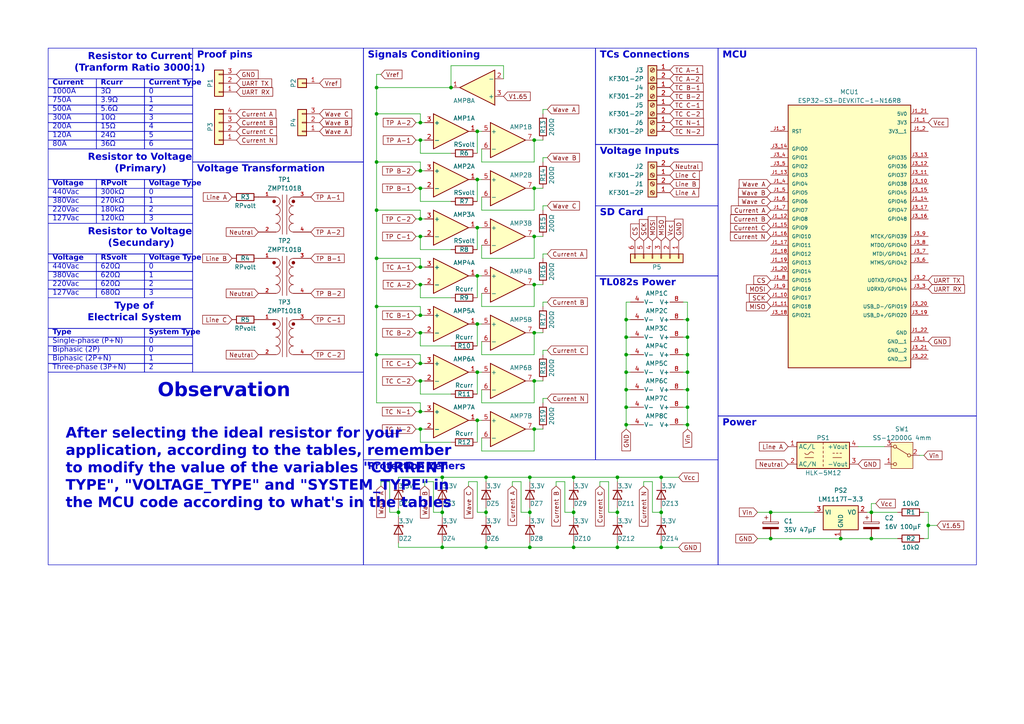
<source format=kicad_sch>
(kicad_sch (version 20230121) (generator eeschema)
  (paper "A4")
  (title_block (title "Power Vision V3.3 Schematic") (date "02/06/2024") (rev "1.3") (company "linkedin.com/in/lucasrguerra") (comment 1 "github.com/lucasrguerra/power_vision"))
  (junction (at 179.07 148.59))
  (junction (at 181.61 107.95))
  (junction (at 166.37 148.59))
  (junction (at 199.39 97.79))
  (junction (at 191.77 148.59))
  (junction (at 140.97 138.43))
  (junction (at 109.22 60.96))
  (junction (at 269.24 152.4))
  (junction (at 121.92 82.55))
  (junction (at 154.94 110.49))
  (junction (at 121.92 68.58))
  (junction (at 179.07 158.75))
  (junction (at 121.92 54.61))
  (junction (at 109.22 102.87))
  (junction (at 153.67 148.59))
  (junction (at 121.92 91.44))
  (junction (at 191.77 158.75))
  (junction (at 154.94 124.46))
  (junction (at 181.61 118.11))
  (junction (at 138.43 38.1))
  (junction (at 153.67 138.43))
  (junction (at 121.92 35.56))
  (junction (at 128.27 158.75))
  (junction (at 181.61 113.03))
  (junction (at 199.39 123.19))
  (junction (at 223.52 148.59))
  (junction (at 199.39 118.11))
  (junction (at 121.92 105.41))
  (junction (at 138.43 52.07))
  (junction (at 181.61 102.87))
  (junction (at 128.27 138.43))
  (junction (at 154.94 40.64))
  (junction (at 121.92 40.64))
  (junction (at 109.22 74.93))
  (junction (at 191.77 138.43))
  (junction (at 181.61 92.71))
  (junction (at 252.73 156.21))
  (junction (at 154.94 54.61))
  (junction (at 223.52 156.21))
  (junction (at 138.43 107.95))
  (junction (at 140.97 148.59))
  (junction (at 109.22 25.4))
  (junction (at 138.43 80.01))
  (junction (at 166.37 158.75))
  (junction (at 199.39 102.87))
  (junction (at 166.37 138.43))
  (junction (at 181.61 97.79))
  (junction (at 179.07 138.43))
  (junction (at 153.67 158.75))
  (junction (at 128.27 148.59))
  (junction (at 121.92 49.53))
  (junction (at 109.22 46.99))
  (junction (at 121.92 96.52))
  (junction (at 243.84 156.21))
  (junction (at 199.39 107.95))
  (junction (at 138.43 93.98))
  (junction (at 121.92 124.46))
  (junction (at 121.92 63.5))
  (junction (at 154.94 82.55))
  (junction (at 154.94 68.58))
  (junction (at 121.92 119.38))
  (junction (at 121.92 77.47))
  (junction (at 154.94 96.52))
  (junction (at 115.57 148.59))
  (junction (at 199.39 113.03))
  (junction (at 130.81 25.4))
  (junction (at 252.73 148.59))
  (junction (at 140.97 158.75))
  (junction (at 109.22 33.02))
  (junction (at 199.39 92.71))
  (junction (at 109.22 88.9))
  (junction (at 138.43 66.04))
  (junction (at 121.92 110.49))
  (junction (at 138.43 121.92))
  (junction (at 181.61 123.19))
  (wire (pts (xy 109.22 60.96) (xy 109.22 74.93)))
  (wire (pts (xy 138.43 52.07) (xy 139.7 52.07)))
  (wire (pts (xy 128.27 138.43) (xy 128.27 139.7)))
  (wire (pts (xy 266.7 132.08) (xy 267.97 132.08)))
  (wire (pts (xy 109.22 33.02) (xy 109.22 25.4)))
  (wire (pts (xy 254 146.05) (xy 252.73 146.05)))
  (wire (pts (xy 154.94 124.46) (xy 157.48 124.46)))
  (wire (pts (xy 138.43 128.27) (xy 138.43 121.92)))
  (wire (pts (xy 157.48 45.72) (xy 157.48 46.99)))
  (wire (pts (xy 115.57 158.75) (xy 128.27 158.75)))
  (wire (pts (xy 181.61 123.19) (xy 181.61 124.46)))
  (wire (pts (xy 113.03 139.7) (xy 113.03 148.59)))
  (wire (pts (xy 179.07 139.7) (xy 179.07 138.43)))
  (wire (pts (xy 146.05 22.86) (xy 146.05 19.05)))
  (wire (pts (xy 109.22 74.93) (xy 109.22 88.9)))
  (wire (pts (xy 109.22 21.59) (xy 109.22 25.4)))
  (wire (pts (xy 121.92 46.99) (xy 109.22 46.99)))
  (wire (pts (xy 166.37 138.43) (xy 179.07 138.43)))
  (wire (pts (xy 121.92 105.41) (xy 121.92 102.87)))
  (wire (pts (xy 139.7 116.84) (xy 154.94 116.84)))
  (wire (pts (xy 121.92 40.64) (xy 123.19 40.64)))
  (wire (pts (xy 139.7 113.03) (xy 139.7 116.84)))
  (wire (pts (xy 121.92 68.58) (xy 123.19 68.58)))
  (wire (pts (xy 191.77 148.59) (xy 191.77 149.86)))
  (wire (pts (xy 138.43 44.45) (xy 138.43 38.1)))
  (wire (pts (xy 121.92 102.87) (xy 109.22 102.87)))
  (wire (pts (xy 148.59 139.7) (xy 148.59 140.97)))
  (wire (pts (xy 115.57 148.59) (xy 115.57 149.86)))
  (wire (pts (xy 115.57 147.32) (xy 115.57 148.59)))
  (wire (pts (xy 223.52 148.59) (xy 236.22 148.59)))
  (wire (pts (xy 121.92 82.55) (xy 123.19 82.55)))
  (wire (pts (xy 198.12 113.03) (xy 199.39 113.03)))
  (wire (pts (xy 121.92 110.49) (xy 123.19 110.49)))
  (wire (pts (xy 179.07 158.75) (xy 191.77 158.75)))
  (wire (pts (xy 154.94 116.84) (xy 154.94 110.49)))
  (wire (pts (xy 154.94 40.64) (xy 157.48 40.64)))
  (wire (pts (xy 140.97 139.7) (xy 140.97 138.43)))
  (wire (pts (xy 120.65 82.55) (xy 121.92 82.55)))
  (wire (pts (xy 130.81 58.42) (xy 121.92 58.42)))
  (wire (pts (xy 121.92 91.44) (xy 121.92 88.9)))
  (wire (pts (xy 157.48 101.6) (xy 157.48 102.87)))
  (wire (pts (xy 120.65 124.46) (xy 121.92 124.46)))
  (wire (pts (xy 267.97 148.59) (xy 269.24 148.59)))
  (wire (pts (xy 125.73 139.7) (xy 125.73 148.59)))
  (wire (pts (xy 252.73 156.21) (xy 260.35 156.21)))
  (wire (pts (xy 154.94 110.49) (xy 157.48 110.49)))
  (wire (pts (xy 121.92 88.9) (xy 109.22 88.9)))
  (wire (pts (xy 252.73 146.05) (xy 252.73 148.59)))
  (wire (pts (xy 139.7 85.09) (xy 139.7 88.9)))
  (wire (pts (xy 109.22 33.02) (xy 109.22 46.99)))
  (wire (pts (xy 182.88 102.87) (xy 181.61 102.87)))
  (wire (pts (xy 181.61 123.19) (xy 182.88 123.19)))
  (wire (pts (xy 158.75 73.66) (xy 157.48 73.66)))
  (wire (pts (xy 135.89 139.7) (xy 138.43 139.7)))
  (wire (pts (xy 157.48 59.69) (xy 157.48 60.96)))
  (wire (pts (xy 166.37 147.32) (xy 166.37 148.59)))
  (wire (pts (xy 109.22 33.02) (xy 121.92 33.02)))
  (wire (pts (xy 199.39 102.87) (xy 199.39 107.95)))
  (wire (pts (xy 223.52 156.21) (xy 243.84 156.21)))
  (wire (pts (xy 199.39 92.71) (xy 199.39 97.79)))
  (wire (pts (xy 186.69 139.7) (xy 186.69 140.97)))
  (wire (pts (xy 123.19 139.7) (xy 123.19 140.97)))
  (wire (pts (xy 130.81 128.27) (xy 121.92 128.27)))
  (wire (pts (xy 166.37 158.75) (xy 153.67 158.75)))
  (wire (pts (xy 121.92 96.52) (xy 123.19 96.52)))
  (wire (pts (xy 120.65 63.5) (xy 121.92 63.5)))
  (wire (pts (xy 139.7 88.9) (xy 154.94 88.9)))
  (wire (pts (xy 199.39 97.79) (xy 198.12 97.79)))
  (wire (pts (xy 179.07 157.48) (xy 179.07 158.75)))
  (wire (pts (xy 191.77 139.7) (xy 191.77 138.43)))
  (wire (pts (xy 109.22 88.9) (xy 109.22 102.87)))
  (wire (pts (xy 121.92 35.56) (xy 121.92 33.02)))
  (wire (pts (xy 181.61 118.11) (xy 182.88 118.11)))
  (wire (pts (xy 157.48 31.75) (xy 157.48 33.02)))
  (wire (pts (xy 140.97 147.32) (xy 140.97 148.59)))
  (wire (pts (xy 182.88 87.63) (xy 181.61 87.63)))
  (wire (pts (xy 198.12 87.63) (xy 199.39 87.63)))
  (wire (pts (xy 161.29 139.7) (xy 161.29 140.97)))
  (wire (pts (xy 128.27 158.75) (xy 128.27 157.48)))
  (wire (pts (xy 189.23 139.7) (xy 189.23 148.59)))
  (wire (pts (xy 269.24 152.4) (xy 271.78 152.4)))
  (wire (pts (xy 181.61 87.63) (xy 181.61 92.71)))
  (wire (pts (xy 198.12 123.19) (xy 199.39 123.19)))
  (wire (pts (xy 248.92 129.54) (xy 256.54 129.54)))
  (wire (pts (xy 199.39 118.11) (xy 199.39 123.19)))
  (wire (pts (xy 154.94 60.96) (xy 154.94 54.61)))
  (wire (pts (xy 138.43 139.7) (xy 138.43 148.59)))
  (wire (pts (xy 120.65 68.58) (xy 121.92 68.58)))
  (wire (pts (xy 139.7 74.93) (xy 154.94 74.93)))
  (wire (pts (xy 130.81 19.05) (xy 146.05 19.05)))
  (wire (pts (xy 120.65 49.53) (xy 121.92 49.53)))
  (wire (pts (xy 154.94 82.55) (xy 157.48 82.55)))
  (wire (pts (xy 123.19 139.7) (xy 125.73 139.7)))
  (wire (pts (xy 109.22 25.4) (xy 130.81 25.4)))
  (wire (pts (xy 154.94 68.58) (xy 157.48 68.58)))
  (wire (pts (xy 138.43 80.01) (xy 139.7 80.01)))
  (wire (pts (xy 138.43 121.92) (xy 139.7 121.92)))
  (wire (pts (xy 121.92 60.96) (xy 109.22 60.96)))
  (wire (pts (xy 153.67 158.75) (xy 140.97 158.75)))
  (wire (pts (xy 120.65 40.64) (xy 121.92 40.64)))
  (wire (pts (xy 120.65 54.61) (xy 121.92 54.61)))
  (wire (pts (xy 176.53 148.59) (xy 179.07 148.59)))
  (wire (pts (xy 166.37 157.48) (xy 166.37 158.75)))
  (wire (pts (xy 158.75 101.6) (xy 157.48 101.6)))
  (wire (pts (xy 121.92 35.56) (xy 123.19 35.56)))
  (wire (pts (xy 120.65 119.38) (xy 121.92 119.38)))
  (wire (pts (xy 154.94 102.87) (xy 139.7 102.87)))
  (wire (pts (xy 157.48 73.66) (xy 157.48 74.93)))
  (wire (pts (xy 121.92 119.38) (xy 123.19 119.38)))
  (wire (pts (xy 121.92 116.84) (xy 121.92 119.38)))
  (wire (pts (xy 140.97 148.59) (xy 140.97 149.86)))
  (wire (pts (xy 115.57 157.48) (xy 115.57 158.75)))
  (wire (pts (xy 138.43 66.04) (xy 139.7 66.04)))
  (wire (pts (xy 139.7 57.15) (xy 139.7 60.96)))
  (wire (pts (xy 109.22 46.99) (xy 109.22 60.96)))
  (wire (pts (xy 181.61 102.87) (xy 181.61 107.95)))
  (wire (pts (xy 120.65 105.41) (xy 121.92 105.41)))
  (wire (pts (xy 154.94 130.81) (xy 139.7 130.81)))
  (wire (pts (xy 109.22 116.84) (xy 121.92 116.84)))
  (wire (pts (xy 163.83 148.59) (xy 166.37 148.59)))
  (wire (pts (xy 138.43 66.04) (xy 138.43 72.39)))
  (wire (pts (xy 121.92 100.33) (xy 121.92 96.52)))
  (wire (pts (xy 148.59 139.7) (xy 151.13 139.7)))
  (wire (pts (xy 138.43 93.98) (xy 139.7 93.98)))
  (wire (pts (xy 121.92 77.47) (xy 121.92 74.93)))
  (wire (pts (xy 121.92 77.47) (xy 123.19 77.47)))
  (wire (pts (xy 269.24 152.4) (xy 269.24 156.21)))
  (wire (pts (xy 179.07 147.32) (xy 179.07 148.59)))
  (wire (pts (xy 181.61 107.95) (xy 181.61 113.03)))
  (wire (pts (xy 154.94 46.99) (xy 154.94 40.64)))
  (wire (pts (xy 121.92 105.41) (xy 123.19 105.41)))
  (wire (pts (xy 110.49 139.7) (xy 113.03 139.7)))
  (wire (pts (xy 139.7 43.18) (xy 139.7 46.99)))
  (wire (pts (xy 181.61 107.95) (xy 182.88 107.95)))
  (wire (pts (xy 181.61 92.71) (xy 181.61 97.79)))
  (wire (pts (xy 158.75 115.57) (xy 157.48 115.57)))
  (wire (pts (xy 269.24 148.59) (xy 269.24 152.4)))
  (wire (pts (xy 138.43 100.33) (xy 138.43 93.98)))
  (wire (pts (xy 191.77 147.32) (xy 191.77 148.59)))
  (wire (pts (xy 138.43 114.3) (xy 138.43 107.95)))
  (wire (pts (xy 199.39 87.63) (xy 199.39 92.71)))
  (wire (pts (xy 154.94 82.55) (xy 154.94 88.9)))
  (wire (pts (xy 181.61 113.03) (xy 181.61 118.11)))
  (wire (pts (xy 189.23 148.59) (xy 191.77 148.59)))
  (wire (pts (xy 199.39 97.79) (xy 199.39 102.87)))
  (wire (pts (xy 121.92 63.5) (xy 123.19 63.5)))
  (wire (pts (xy 157.48 87.63) (xy 157.48 88.9)))
  (wire (pts (xy 267.97 156.21) (xy 269.24 156.21)))
  (wire (pts (xy 140.97 157.48) (xy 140.97 158.75)))
  (wire (pts (xy 139.7 60.96) (xy 154.94 60.96)))
  (wire (pts (xy 115.57 138.43) (xy 128.27 138.43)))
  (wire (pts (xy 154.94 96.52) (xy 154.94 102.87)))
  (wire (pts (xy 121.92 74.93) (xy 109.22 74.93)))
  (wire (pts (xy 130.81 100.33) (xy 121.92 100.33)))
  (wire (pts (xy 140.97 158.75) (xy 128.27 158.75)))
  (wire (pts (xy 110.49 139.7) (xy 110.49 140.97)))
  (wire (pts (xy 120.65 35.56) (xy 121.92 35.56)))
  (wire (pts (xy 109.22 102.87) (xy 109.22 116.84)))
  (wire (pts (xy 179.07 148.59) (xy 179.07 149.86)))
  (wire (pts (xy 173.99 139.7) (xy 176.53 139.7)))
  (wire (pts (xy 243.84 156.21) (xy 252.73 156.21)))
  (wire (pts (xy 153.67 157.48) (xy 153.67 158.75)))
  (wire (pts (xy 130.81 72.39) (xy 121.92 72.39)))
  (wire (pts (xy 138.43 58.42) (xy 138.43 52.07)))
  (wire (pts (xy 121.92 44.45) (xy 121.92 40.64)))
  (wire (pts (xy 128.27 138.43) (xy 140.97 138.43)))
  (wire (pts (xy 139.7 46.99) (xy 154.94 46.99)))
  (wire (pts (xy 166.37 139.7) (xy 166.37 138.43)))
  (wire (pts (xy 121.92 58.42) (xy 121.92 54.61)))
  (wire (pts (xy 130.81 19.05) (xy 130.81 25.4)))
  (wire (pts (xy 154.94 96.52) (xy 157.48 96.52)))
  (wire (pts (xy 154.94 74.93) (xy 154.94 68.58)))
  (wire (pts (xy 138.43 86.36) (xy 138.43 80.01)))
  (wire (pts (xy 181.61 118.11) (xy 181.61 123.19)))
  (wire (pts (xy 166.37 148.59) (xy 166.37 149.86)))
  (wire (pts (xy 121.92 72.39) (xy 121.92 68.58)))
  (wire (pts (xy 121.92 49.53) (xy 121.92 46.99)))
  (wire (pts (xy 181.61 97.79) (xy 181.61 102.87)))
  (wire (pts (xy 151.13 139.7) (xy 151.13 148.59)))
  (wire (pts (xy 135.89 139.7) (xy 135.89 140.97)))
  (wire (pts (xy 138.43 107.95) (xy 139.7 107.95)))
  (wire (pts (xy 198.12 118.11) (xy 199.39 118.11)))
  (wire (pts (xy 121.92 86.36) (xy 121.92 82.55)))
  (wire (pts (xy 179.07 138.43) (xy 191.77 138.43)))
  (wire (pts (xy 130.81 114.3) (xy 121.92 114.3)))
  (wire (pts (xy 173.99 139.7) (xy 173.99 140.97)))
  (wire (pts (xy 115.57 139.7) (xy 115.57 138.43)))
  (wire (pts (xy 157.48 115.57) (xy 157.48 116.84)))
  (wire (pts (xy 120.65 110.49) (xy 121.92 110.49)))
  (wire (pts (xy 113.03 148.59) (xy 115.57 148.59)))
  (wire (pts (xy 121.92 49.53) (xy 123.19 49.53)))
  (wire (pts (xy 199.39 102.87) (xy 198.12 102.87)))
  (wire (pts (xy 219.71 148.59) (xy 223.52 148.59)))
  (wire (pts (xy 138.43 148.59) (xy 140.97 148.59)))
  (wire (pts (xy 176.53 139.7) (xy 176.53 148.59)))
  (wire (pts (xy 179.07 158.75) (xy 166.37 158.75)))
  (wire (pts (xy 120.65 96.52) (xy 121.92 96.52)))
  (wire (pts (xy 219.71 156.21) (xy 223.52 156.21)))
  (wire (pts (xy 120.65 91.44) (xy 121.92 91.44)))
  (wire (pts (xy 158.75 31.75) (xy 157.48 31.75)))
  (wire (pts (xy 121.92 114.3) (xy 121.92 110.49)))
  (wire (pts (xy 199.39 113.03) (xy 199.39 118.11)))
  (wire (pts (xy 125.73 148.59) (xy 128.27 148.59)))
  (wire (pts (xy 153.67 148.59) (xy 153.67 149.86)))
  (wire (pts (xy 130.81 44.45) (xy 121.92 44.45)))
  (wire (pts (xy 138.43 38.1) (xy 139.7 38.1)))
  (wire (pts (xy 199.39 107.95) (xy 199.39 113.03)))
  (wire (pts (xy 139.7 71.12) (xy 139.7 74.93)))
  (wire (pts (xy 153.67 147.32) (xy 153.67 148.59)))
  (wire (pts (xy 121.92 124.46) (xy 123.19 124.46)))
  (wire (pts (xy 128.27 148.59) (xy 128.27 149.86)))
  (wire (pts (xy 158.75 59.69) (xy 157.48 59.69)))
  (wire (pts (xy 199.39 92.71) (xy 198.12 92.71)))
  (wire (pts (xy 128.27 147.32) (xy 128.27 148.59)))
  (wire (pts (xy 182.88 92.71) (xy 181.61 92.71)))
  (wire (pts (xy 151.13 148.59) (xy 153.67 148.59)))
  (wire (pts (xy 198.12 107.95) (xy 199.39 107.95)))
  (wire (pts (xy 153.67 138.43) (xy 166.37 138.43)))
  (wire (pts (xy 121.92 128.27) (xy 121.92 124.46)))
  (wire (pts (xy 252.73 148.59) (xy 260.35 148.59)))
  (wire (pts (xy 120.65 77.47) (xy 121.92 77.47)))
  (wire (pts (xy 181.61 113.03) (xy 182.88 113.03)))
  (wire (pts (xy 161.29 139.7) (xy 163.83 139.7)))
  (wire (pts (xy 121.92 91.44) (xy 123.19 91.44)))
  (wire (pts (xy 196.85 158.75) (xy 191.77 158.75)))
  (wire (pts (xy 163.83 139.7) (xy 163.83 148.59)))
  (wire (pts (xy 139.7 130.81) (xy 139.7 127)))
  (wire (pts (xy 140.97 138.43) (xy 153.67 138.43)))
  (wire (pts (xy 121.92 63.5) (xy 121.92 60.96)))
  (wire (pts (xy 130.81 86.36) (xy 121.92 86.36)))
  (wire (pts (xy 154.94 54.61) (xy 157.48 54.61)))
  (wire (pts (xy 158.75 45.72) (xy 157.48 45.72)))
  (wire (pts (xy 121.92 54.61) (xy 123.19 54.61)))
  (wire (pts (xy 158.75 87.63) (xy 157.48 87.63)))
  (wire (pts (xy 154.94 124.46) (xy 154.94 130.81)))
  (wire (pts (xy 153.67 139.7) (xy 153.67 138.43)))
  (wire (pts (xy 182.88 97.79) (xy 181.61 97.79)))
  (wire (pts (xy 186.69 139.7) (xy 189.23 139.7)))
  (wire (pts (xy 110.49 21.59) (xy 109.22 21.59)))
  (wire (pts (xy 196.85 138.43) (xy 191.77 138.43)))
  (wire (pts (xy 139.7 102.87) (xy 139.7 99.06)))
  (wire (pts (xy 251.46 148.59) (xy 252.73 148.59)))
  (wire (pts (xy 199.39 123.19) (xy 199.39 124.46)))
  (wire (pts (xy 191.77 157.48) (xy 191.77 158.75)))
  (rectangle (start 27.94 38.1) (end 41.91 40.64))
  (rectangle (start 41.91 40.64) (end 55.88 43.18))
  (rectangle (start 27.94 22.86) (end 41.91 25.4))
  (rectangle (start 27.94 78.74) (end 41.91 81.28))
  (rectangle (start 27.94 73.66) (end 41.91 76.2))
  (rectangle (start 13.97 102.87) (end 41.91 105.41))
  (rectangle (start 41.91 52.07) (end 55.88 54.61))
  (rectangle (start 27.94 62.23) (end 41.91 64.77))
  (rectangle (start 13.97 64.77) (end 55.88 73.66))
  (rectangle (start 41.91 83.82) (end 55.88 86.36))
  (rectangle (start 27.94 30.48) (end 41.91 33.02))
  (rectangle (start 41.91 105.41) (end 55.88 107.95))
  (rectangle (start 13.97 57.15) (end 27.94 59.69))
  (rectangle (start 55.88 46.99) (end 105.41 107.95))
  (rectangle (start 27.94 81.28) (end 41.91 83.82))
  (rectangle (start 13.97 100.33) (end 41.91 102.87))
  (rectangle (start 208.28 13.97) (end 283.21 120.65))
  (rectangle (start 13.97 38.1) (end 27.94 40.64))
  (rectangle (start 13.97 22.86) (end 27.94 25.4))
  (rectangle (start 41.91 78.74) (end 55.88 81.28))
  (rectangle (start 172.72 13.97) (end 208.28 41.91))
  (rectangle (start 105.41 13.97) (end 172.72 133.35))
  (rectangle (start 41.91 100.33) (end 55.88 102.87))
  (rectangle (start 208.28 120.65) (end 283.21 163.83))
  (rectangle (start 13.97 35.56) (end 27.94 38.1))
  (rectangle (start 55.88 13.97) (end 105.41 46.99))
  (rectangle (start 41.91 27.94) (end 55.88 30.48))
  (rectangle (start 172.72 59.69) (end 208.28 80.01))
  (rectangle (start 41.91 38.1) (end 55.88 40.64))
  (rectangle (start 13.97 76.2) (end 27.94 78.74))
  (rectangle (start 41.91 73.66) (end 55.88 76.2))
  (rectangle (start 13.97 30.48) (end 27.94 33.02))
  (rectangle (start 41.91 22.86) (end 55.88 25.4))
  (rectangle (start 41.91 59.69) (end 55.88 62.23))
  (rectangle (start 41.91 102.87) (end 55.88 105.41))
  (rectangle (start 13.97 105.41) (end 41.91 107.95))
  (rectangle (start 13.97 13.97) (end 55.88 22.86))
  (rectangle (start 27.94 52.07) (end 41.91 54.61))
  (rectangle (start 27.94 35.56) (end 41.91 38.1))
  (rectangle (start 13.97 54.61) (end 27.94 57.15))
  (rectangle (start 27.94 57.15) (end 41.91 59.69))
  (rectangle (start 13.97 107.95) (end 105.41 163.83))
  (rectangle (start 13.97 97.79) (end 41.91 100.33))
  (rectangle (start 172.72 41.91) (end 208.28 59.69))
  (rectangle (start 13.97 86.36) (end 55.88 95.25))
  (rectangle (start 27.94 59.69) (end 41.91 62.23))
  (rectangle (start 27.94 54.61) (end 41.91 57.15))
  (rectangle (start 41.91 25.4) (end 55.88 27.94))
  (rectangle (start 13.97 62.23) (end 27.94 64.77))
  (rectangle (start 105.41 133.35) (end 208.28 163.83))
  (rectangle (start 41.91 30.48) (end 55.88 33.02))
  (rectangle (start 27.94 27.94) (end 41.91 30.48))
  (rectangle (start 13.97 78.74) (end 27.94 81.28))
  (rectangle (start 27.94 33.02) (end 41.91 35.56))
  (rectangle (start 41.91 57.15) (end 55.88 59.69))
  (rectangle (start 13.97 33.02) (end 27.94 35.56))
  (rectangle (start 27.94 76.2) (end 41.91 78.74))
  (rectangle (start 41.91 33.02) (end 55.88 35.56))
  (rectangle (start 27.94 25.4) (end 41.91 27.94))
  (rectangle (start 41.91 95.25) (end 55.88 97.79))
  (rectangle (start 13.97 27.94) (end 27.94 30.48))
  (rectangle (start 41.91 97.79) (end 55.88 100.33))
  (rectangle (start 13.97 73.66) (end 27.94 76.2))
  (rectangle (start 13.97 59.69) (end 27.94 62.23))
  (rectangle (start 13.97 83.82) (end 27.94 86.36))
  (rectangle (start 172.72 80.01) (end 208.28 133.35))
  (rectangle (start 13.97 43.18) (end 55.88 52.07))
  (rectangle (start 27.94 83.82) (end 41.91 86.36))
  (rectangle (start 41.91 76.2) (end 55.88 78.74))
  (rectangle (start 41.91 81.28) (end 55.88 83.82))
  (rectangle (start 41.91 54.61) (end 55.88 57.15))
  (rectangle (start 13.97 25.4) (end 27.94 27.94))
  (rectangle (start 13.97 52.07) (end 27.94 54.61))
  (rectangle (start 13.97 95.25) (end 41.91 97.79))
  (rectangle (start 13.97 81.28) (end 27.94 83.82))
  (rectangle (start 13.97 40.64) (end 27.94 43.18))
  (rectangle (start 41.91 35.56) (end 55.88 38.1))
  (rectangle (start 27.94 40.64) (end 41.91 43.18))
  (rectangle (start 41.91 62.23) (end 55.88 64.77))
  (text "5" (at 43.18 40.64 0) (effects (font (size 1.5 1.5)) (justify left bottom)))
  (text "36Ω" (at 29.21 43.18 0) (effects (font (size 1.5 1.5)) (justify left bottom)))
  (text "    Resistor to Voltage\n          (Secundary)" (at 21.59 72.39 0) (effects (font (size 2 2) (thickness 0.254) bold) (justify left bottom)))
  (text "Type\n" (at 15.24 97.79 0) (effects (font (size 1.5 1.5) (thickness 0.3) bold) (justify left bottom)))
  (text "15Ω" (at 29.21 38.1 0) (effects (font (size 1.5 1.5)) (justify left bottom)))
  (text "220Vac" (at 15.24 62.23 0) (effects (font (size 1.5 1.5)) (justify left bottom)))
  (text "0" (at 43.18 27.94 0) (effects (font (size 1.5 1.5)) (justify left bottom)))
  (text "380Vac" (at 15.24 59.69 0) (effects (font (size 1.5 1.5)) (justify left bottom)))
  (text "Biphasic (2P)" (at 15.24 102.87 0) (effects (font (size 1.5 1.5)) (justify left bottom)))
  (text "380Vac" (at 15.24 81.28 0) (effects (font (size 1.5 1.5)) (justify left bottom)))
  (text "220Vac" (at 15.24 83.82 0) (effects (font (size 1.5 1.5)) (justify left bottom)))
  (text "2" (at 43.18 107.95 0) (effects (font (size 1.5 1.5)) (justify left bottom)))
  (text "620Ω" (at 29.21 81.28 0) (effects (font (size 1.5 1.5)) (justify left bottom)))
  (text "RSvolt" (at 29.21 76.2 0) (effects (font (size 1.5 1.5) (thickness 0.3) bold) (justify left bottom)))
  (text "500A" (at 15.24 33.02 0) (effects (font (size 1.5 1.5)) (justify left bottom)))
  (text "1" (at 43.18 59.69 0) (effects (font (size 1.5 1.5)) (justify left bottom)))
  (text "2" (at 43.18 83.82 0) (effects (font (size 1.5 1.5)) (justify left bottom)))
  (text "6" (at 43.18 43.18 0) (effects (font (size 1.5 1.5)) (justify left bottom)))
  (text "        Type of\nElectrical System" (at 25.4 93.98 0) (effects (font (size 2 2) (thickness 0.254) bold) (justify left bottom)))
  (text "Voltage Type" (at 43.18 54.61 0) (effects (font (size 1.5 1.5) (thickness 0.3) bold) (justify left bottom)))
  (text "2" (at 43.18 33.02 0) (effects (font (size 1.5 1.5)) (justify left bottom)))
  (text "Current" (at 15.24 25.4 0) (effects (font (size 1.5 1.5) (thickness 0.3) bold) (justify left bottom)))
  (text "300A" (at 15.24 35.56 0) (effects (font (size 1.5 1.5)) (justify left bottom)))
  (text "MCU" (at 209.55 17.78 0) (effects (font (size 2 2) (thickness 0.254) bold) (justify left bottom)))
  (text "3.9Ω" (at 29.21 30.48 0) (effects (font (size 1.5 1.5)) (justify left bottom)))
  (text "750A" (at 15.24 30.48 0) (effects (font (size 1.5 1.5)) (justify left bottom)))
  (text "440Vac" (at 15.24 78.74 0) (effects (font (size 1.5 1.5)) (justify left bottom)))
  (text "5.6Ω" (at 29.21 33.02 0) (effects (font (size 1.5 1.5)) (justify left bottom)))
  (text "RPvolt" (at 29.21 54.61 0) (effects (font (size 1.5 1.5) (thickness 0.3) bold) (justify left bottom)))
  (text "2" (at 43.18 62.23 0) (effects (font (size 1.5 1.5)) (justify left bottom)))
  (text "0" (at 43.18 102.87 0) (effects (font (size 1.5 1.5)) (justify left bottom)))
  (text "Power" (at 209.55 124.46 0) (effects (font (size 2 2) (thickness 0.254) bold) (justify left bottom)))
  (text "300kΩ" (at 29.21 57.15 0) (effects (font (size 1.5 1.5)) (justify left bottom)))
  (text "270kΩ" (at 29.21 59.69 0) (effects (font (size 1.5 1.5)) (justify left bottom)))
  (text "120kΩ" (at 29.21 64.77 0) (effects (font (size 1.5 1.5)) (justify left bottom)))
  (text "Voltage" (at 15.24 76.2 0) (effects (font (size 1.5 1.5) (thickness 0.3) bold) (justify left bottom)))
  (text "Voltage Inputs" (at 173.99 45.72 0) (effects (font (size 2 2) (thickness 0.254) bold) (justify left bottom)))
  (text "System Type" (at 43.18 97.79 0) (effects (font (size 1.5 1.5) (thickness 0.3) bold) (justify left bottom)))
  (text "3" (at 43.18 86.36 0) (effects (font (size 1.5 1.5)) (justify left bottom)))
  (text "24Ω" (at 29.21 40.64 0) (effects (font (size 1.5 1.5)) (justify left bottom)))
  (text "10Ω" (at 29.21 35.56 0) (effects (font (size 1.5 1.5)) (justify left bottom)))
  (text "620Ω" (at 29.21 83.82 0) (effects (font (size 1.5 1.5)) (justify left bottom)))
  (text "Voltage Type" (at 43.18 76.2 0) (effects (font (size 1.5 1.5) (thickness 0.3) bold) (justify left bottom)))
  (text "    Resistor to Voltage\n            (Primary)" (at 21.59 50.8 0) (effects (font (size 2 2) (thickness 0.254) bold) (justify left bottom)))
  (text "After selecting the ideal resistor for your\napplication, according to the tables, remember\nto modify the value of the variables \"CURRENT\nTYPE\", \"VOLTAGE_TYPE\" and \"SYSTEM_TYPE\" in\nthe MCU code according to what's in the tables" (at 19.05 148.59 0) (effects (font (size 3 3) (thickness 0.6) bold) (justify left bottom)))
  (text "120A" (at 15.24 40.64 0) (effects (font (size 1.5 1.5)) (justify left bottom)))
  (text "Protection Zeners" (at 106.68 137.16 0) (effects (font (size 2 2) (thickness 0.254) bold) (justify left bottom)))
  (text "127Vac" (at 15.24 64.77 0) (effects (font (size 1.5 1.5)) (justify left bottom)))
  (text "TL082s Power\n" (at 173.99 83.82 0) (effects (font (size 2 2) (thickness 0.254) bold) (justify left bottom)))
  (text "1" (at 43.18 81.28 0) (effects (font (size 1.5 1.5)) (justify left bottom)))
  (text "180kΩ" (at 29.21 62.23 0) (effects (font (size 1.5 1.5)) (justify left bottom)))
  (text "Signals Conditioning" (at 106.68 17.78 0) (effects (font (size 2 2) (thickness 0.254) bold) (justify left bottom)))
  (text "0" (at 43.18 57.15 0) (effects (font (size 1.5 1.5)) (justify left bottom)))
  (text "1000A" (at 15.24 27.94 0) (effects (font (size 1.5 1.5)) (justify left bottom)))
  (text "Current Type" (at 43.18 25.4 0) (effects (font (size 1.5 1.5) (thickness 0.3) bold) (justify left bottom)))
  (text "Voltage Transformation\n" (at 57.15 50.8 0) (effects (font (size 2 2) (thickness 0.254) bold) (justify left bottom)))
  (text "127Vac" (at 15.24 86.36 0) (effects (font (size 1.5 1.5)) (justify left bottom)))
  (text "200A" (at 15.24 38.1 0) (effects (font (size 1.5 1.5)) (justify left bottom)))
  (text "1" (at 43.18 30.48 0) (effects (font (size 1.5 1.5)) (justify left bottom)))
  (text "680Ω" (at 29.21 86.36 0) (effects (font (size 1.5 1.5)) (justify left bottom)))
  (text "Three-phase (3P+N)" (at 15.24 107.95 0) (effects (font (size 1.5 1.5)) (justify left bottom)))
  (text "0" (at 43.18 100.33 0) (effects (font (size 1.5 1.5)) (justify left bottom)))
  (text "80A" (at 15.24 43.18 0) (effects (font (size 1.5 1.5)) (justify left bottom)))
  (text "3" (at 43.18 64.77 0) (effects (font (size 1.5 1.5)) (justify left bottom)))
  (text "1" (at 43.18 105.41 0) (effects (font (size 1.5 1.5)) (justify left bottom)))
  (text "Biphasic (2P+N)\n" (at 15.24 105.41 0) (effects (font (size 1.5 1.5)) (justify left bottom)))
  (text "SD Card" (at 173.99 63.5 0) (effects (font (size 2 2) (thickness 0.254) bold) (justify left bottom)))
  (text "Rcurr" (at 29.21 25.4 0) (effects (font (size 1.5 1.5) (thickness 0.3) bold) (justify left bottom)))
  (text "3Ω" (at 29.21 27.94 0) (effects (font (size 1.5 1.5)) (justify left bottom)))
  (text "    Resistor to Current\n(Tranform Ratio 3000:1)" (at 21.59 21.59 0) (effects (font (size 2 2) (thickness 0.254) bold) (justify left bottom)))
  (text "4" (at 43.18 38.1 0) (effects (font (size 1.5 1.5)) (justify left bottom)))
  (text "620Ω" (at 29.21 78.74 0) (effects (font (size 1.5 1.5)) (justify left bottom)))
  (text "3" (at 43.18 35.56 0) (effects (font (size 1.5 1.5)) (justify left bottom)))
  (text "Voltage" (at 15.24 54.61 0) (effects (font (size 1.5 1.5) (thickness 0.3) bold) (justify left bottom)))
  (text "Single-phase (P+N)" (at 15.24 100.33 0) (effects (font (size 1.5 1.5)) (justify left bottom)))
  (text "TCs Connections" (at 173.99 17.78 0) (effects (font (size 2 2) (thickness 0.254) bold) (justify left bottom)))
  (text "440Vac" (at 15.24 57.15 0) (effects (font (size 1.5 1.5)) (justify left bottom)))
  (text "Proof pins" (at 57.15 17.78 0) (effects (font (size 2 2) (thickness 0.254) bold) (justify left bottom)))
  (text "0" (at 43.18 78.74 0) (effects (font (size 1.5 1.5)) (justify left bottom)))
  (text "Observation" (at 45.72 116.84 0) (effects (font (size 4 4) (thickness 0.254) bold) (justify left bottom)))
  (global_label "Current B" (shape input) (at 223.52 63.5 180) (property "Intersheetrefs" "${INTERSHEET_REFS}" (effects hide)))
  (global_label "GND" (shape input) (at 68.58 21.59 0) (property "Intersheetrefs" "${INTERSHEET_REFS}" (effects hide)))
  (global_label "Neutral" (shape input) (at 194.31 48.26 0) (property "Intersheetrefs" "${INTERSHEET_REFS}" (effects hide)))
  (global_label "Wave A" (shape input) (at 110.49 140.97 270) (property "Intersheetrefs" "${INTERSHEET_REFS}" (effects hide)))
  (global_label "Vin" (shape input) (at 219.71 148.59 180) (property "Intersheetrefs" "${INTERSHEET_REFS}" (effects hide)))
  (global_label "GND" (shape input) (at 269.24 99.06 0) (property "Intersheetrefs" "${INTERSHEET_REFS}" (effects hide)))
  (global_label "CS" (shape input) (at 184.15 69.85 90) (property "Intersheetrefs" "${INTERSHEET_REFS}" (effects hide)))
  (global_label "TP C-2" (shape input) (at 120.65 63.5 180) (property "Intersheetrefs" "${INTERSHEET_REFS}" (effects hide)))
  (global_label "Wave B" (shape input) (at 223.52 55.88 180) (property "Intersheetrefs" "${INTERSHEET_REFS}" (effects hide)))
  (global_label "TC C-2" (shape input) (at 120.65 110.49 180) (property "Intersheetrefs" "${INTERSHEET_REFS}" (effects hide)))
  (global_label "Line C" (shape input) (at 194.31 50.8 0) (property "Intersheetrefs" "${INTERSHEET_REFS}" (effects hide)))
  (global_label "Vcc" (shape input) (at 254 146.05 0) (property "Intersheetrefs" "${INTERSHEET_REFS}" (effects hide)))
  (global_label "SCK" (shape input) (at 186.69 69.85 90) (property "Intersheetrefs" "${INTERSHEET_REFS}" (effects hide)))
  (global_label "Vcc" (shape input) (at 194.31 69.85 90) (property "Intersheetrefs" "${INTERSHEET_REFS}" (effects hide)))
  (global_label "TP C-2" (shape input) (at 90.17 102.87 0) (property "Intersheetrefs" "${INTERSHEET_REFS}" (effects hide)))
  (global_label "TP A-2" (shape input) (at 90.17 67.31 0) (property "Intersheetrefs" "${INTERSHEET_REFS}" (effects hide)))
  (global_label "Current N" (shape input) (at 158.75 115.57 0) (property "Intersheetrefs" "${INTERSHEET_REFS}" (effects hide)))
  (global_label "MOSI" (shape input) (at 223.52 83.82 180) (property "Intersheetrefs" "${INTERSHEET_REFS}" (effects hide)))
  (global_label "TC A-2" (shape input) (at 120.65 82.55 180) (property "Intersheetrefs" "${INTERSHEET_REFS}" (effects hide)))
  (global_label "Line C" (shape input) (at 67.31 92.71 180) (property "Intersheetrefs" "${INTERSHEET_REFS}" (effects hide)))
  (global_label "Vin" (shape input) (at 267.97 132.08 0) (property "Intersheetrefs" "${INTERSHEET_REFS}" (effects hide)))
  (global_label "CS" (shape input) (at 223.52 81.28 180) (property "Intersheetrefs" "${INTERSHEET_REFS}" (effects hide)))
  (global_label "Wave C" (shape input) (at 158.75 59.69 0) (property "Intersheetrefs" "${INTERSHEET_REFS}" (effects hide)))
  (global_label "Vin" (shape input) (at 199.39 124.46 270) (property "Intersheetrefs" "${INTERSHEET_REFS}" (effects hide)))
  (global_label "Current N" (shape input) (at 68.58 40.64 0) (property "Intersheetrefs" "${INTERSHEET_REFS}" (effects hide)))
  (global_label "Current A" (shape input) (at 158.75 73.66 0) (property "Intersheetrefs" "${INTERSHEET_REFS}" (effects hide)))
  (global_label "UART RX" (shape input) (at 68.58 26.67 0) (property "Intersheetrefs" "${INTERSHEET_REFS}" (effects hide)))
  (global_label "TC B-1" (shape input) (at 194.31 25.4 0) (property "Intersheetrefs" "${INTERSHEET_REFS}" (effects hide)))
  (global_label "TC B-1" (shape input) (at 120.65 91.44 180) (property "Intersheetrefs" "${INTERSHEET_REFS}" (effects hide)))
  (global_label "Vref" (shape input) (at 92.71 24.13 0) (property "Intersheetrefs" "${INTERSHEET_REFS}" (effects hide)))
  (global_label "GND" (shape input) (at 181.61 124.46 270) (property "Intersheetrefs" "${INTERSHEET_REFS}" (effects hide)))
  (global_label "TP B-1" (shape input) (at 120.65 54.61 180) (property "Intersheetrefs" "${INTERSHEET_REFS}" (effects hide)))
  (global_label "Vref" (shape input) (at 110.49 21.59 0) (property "Intersheetrefs" "${INTERSHEET_REFS}" (effects hide)))
  (global_label "Current B" (shape input) (at 68.58 35.56 0) (property "Intersheetrefs" "${INTERSHEET_REFS}" (effects hide)))
  (global_label "Wave B" (shape input) (at 158.75 45.72 0) (property "Intersheetrefs" "${INTERSHEET_REFS}" (effects hide)))
  (global_label "Current C" (shape input) (at 158.75 101.6 0) (property "Intersheetrefs" "${INTERSHEET_REFS}" (effects hide)))
  (global_label "Current N" (shape input) (at 186.69 140.97 270) (property "Intersheetrefs" "${INTERSHEET_REFS}" (effects hide)))
  (global_label "GND" (shape input) (at 248.92 134.62 0) (property "Intersheetrefs" "${INTERSHEET_REFS}" (effects hide)))
  (global_label "MISO" (shape input) (at 191.77 69.85 90) (property "Intersheetrefs" "${INTERSHEET_REFS}" (effects hide)))
  (global_label "TP C-1" (shape input) (at 120.65 68.58 180) (property "Intersheetrefs" "${INTERSHEET_REFS}" (effects hide)))
  (global_label "Current A" (shape input) (at 68.58 33.02 0) (property "Intersheetrefs" "${INTERSHEET_REFS}" (effects hide)))
  (global_label "Wave C" (shape input) (at 92.71 33.02 0) (property "Intersheetrefs" "${INTERSHEET_REFS}" (effects hide)))
  (global_label "TP A-1" (shape input) (at 90.17 57.15 0) (property "Intersheetrefs" "${INTERSHEET_REFS}" (effects hide)))
  (global_label "UART TX" (shape input) (at 269.24 81.28 0) (property "Intersheetrefs" "${INTERSHEET_REFS}" (effects hide)))
  (global_label "V1.65" (shape input) (at 271.78 152.4 0) (property "Intersheetrefs" "${INTERSHEET_REFS}" (effects hide)))
  (global_label "TC N-2" (shape input) (at 120.65 124.46 180) (property "Intersheetrefs" "${INTERSHEET_REFS}" (effects hide)))
  (global_label "Neutral" (shape input) (at 74.93 85.09 180) (property "Intersheetrefs" "${INTERSHEET_REFS}" (effects hide)))
  (global_label "Neutral" (shape input) (at 74.93 67.31 180) (property "Intersheetrefs" "${INTERSHEET_REFS}" (effects hide)))
  (global_label "Line B" (shape input) (at 67.31 74.93 180) (property "Intersheetrefs" "${INTERSHEET_REFS}" (effects hide)))
  (global_label "TP B-2" (shape input) (at 120.65 49.53 180) (property "Intersheetrefs" "${INTERSHEET_REFS}" (effects hide)))
  (global_label "TC A-1" (shape input) (at 120.65 77.47 180) (property "Intersheetrefs" "${INTERSHEET_REFS}" (effects hide)))
  (global_label "Wave C" (shape input) (at 135.89 140.97 270) (property "Intersheetrefs" "${INTERSHEET_REFS}" (effects hide)))
  (global_label "Wave B" (shape input) (at 92.71 35.56 0) (property "Intersheetrefs" "${INTERSHEET_REFS}" (effects hide)))
  (global_label "TC C-1" (shape input) (at 194.31 30.48 0) (property "Intersheetrefs" "${INTERSHEET_REFS}" (effects hide)))
  (global_label "Vcc" (shape input) (at 269.24 35.56 0) (property "Intersheetrefs" "${INTERSHEET_REFS}" (effects hide)))
  (global_label "TC A-1" (shape input) (at 194.31 20.32 0) (property "Intersheetrefs" "${INTERSHEET_REFS}" (effects hide)))
  (global_label "Current A" (shape input) (at 223.52 60.96 180) (property "Intersheetrefs" "${INTERSHEET_REFS}" (effects hide)))
  (global_label "Current A" (shape input) (at 148.59 140.97 270) (property "Intersheetrefs" "${INTERSHEET_REFS}" (effects hide)))
  (global_label "Line B" (shape input) (at 194.31 53.34 0) (property "Intersheetrefs" "${INTERSHEET_REFS}" (effects hide)))
  (global_label "MISO" (shape input) (at 223.52 88.9 180) (property "Intersheetrefs" "${INTERSHEET_REFS}" (effects hide)))
  (global_label "Neutral" (shape input) (at 228.6 134.62 180) (property "Intersheetrefs" "${INTERSHEET_REFS}" (effects hide)))
  (global_label "TP A-2" (shape input) (at 120.65 35.56 180) (property "Intersheetrefs" "${INTERSHEET_REFS}" (effects hide)))
  (global_label "TC C-2" (shape input) (at 194.31 33.02 0) (property "Intersheetrefs" "${INTERSHEET_REFS}" (effects hide)))
  (global_label "Wave C" (shape input) (at 223.52 58.42 180) (property "Intersheetrefs" "${INTERSHEET_REFS}" (effects hide)))
  (global_label "SCK" (shape input) (at 223.52 86.36 180) (property "Intersheetrefs" "${INTERSHEET_REFS}" (effects hide)))
  (global_label "Line A" (shape input) (at 67.31 57.15 180) (property "Intersheetrefs" "${INTERSHEET_REFS}" (effects hide)))
  (global_label "TC B-2" (shape input) (at 120.65 96.52 180) (property "Intersheetrefs" "${INTERSHEET_REFS}" (effects hide)))
  (global_label "Current C" (shape input) (at 223.52 66.04 180) (property "Intersheetrefs" "${INTERSHEET_REFS}" (effects hide)))
  (global_label "GND" (shape input) (at 196.85 158.75 0) (property "Intersheetrefs" "${INTERSHEET_REFS}" (effects hide)))
  (global_label "Current B" (shape input) (at 158.75 87.63 0) (property "Intersheetrefs" "${INTERSHEET_REFS}" (effects hide)))
  (global_label "V1.65" (shape input) (at 146.05 27.94 0) (property "Intersheetrefs" "${INTERSHEET_REFS}" (effects hide)))
  (global_label "Wave A" (shape input) (at 223.52 53.34 180) (property "Intersheetrefs" "${INTERSHEET_REFS}" (effects hide)))
  (global_label "TC C-1" (shape input) (at 120.65 105.41 180) (property "Intersheetrefs" "${INTERSHEET_REFS}" (effects hide)))
  (global_label "GND" (shape input) (at 196.85 69.85 90) (property "Intersheetrefs" "${INTERSHEET_REFS}" (effects hide)))
  (global_label "TC N-1" (shape input) (at 120.65 119.38 180) (property "Intersheetrefs" "${INTERSHEET_REFS}" (effects hide)))
  (global_label "UART RX" (shape input) (at 269.24 83.82 0) (property "Intersheetrefs" "${INTERSHEET_REFS}" (effects hide)))
  (global_label "TP B-1" (shape input) (at 90.17 74.93 0) (property "Intersheetrefs" "${INTERSHEET_REFS}" (effects hide)))
  (global_label "TC N-1" (shape input) (at 194.31 35.56 0) (property "Intersheetrefs" "${INTERSHEET_REFS}" (effects hide)))
  (global_label "GND" (shape input) (at 219.71 156.21 180) (property "Intersheetrefs" "${INTERSHEET_REFS}" (effects hide)))
  (global_label "TC A-2" (shape input) (at 194.31 22.86 0) (property "Intersheetrefs" "${INTERSHEET_REFS}" (effects hide)))
  (global_label "Wave B" (shape input) (at 123.19 140.97 270) (property "Intersheetrefs" "${INTERSHEET_REFS}" (effects hide)))
  (global_label "UART TX" (shape input) (at 68.58 24.13 0) (property "Intersheetrefs" "${INTERSHEET_REFS}" (effects hide)))
  (global_label "Line A" (shape input) (at 194.31 55.88 0) (property "Intersheetrefs" "${INTERSHEET_REFS}" (effects hide)))
  (global_label "Neutral" (shape input) (at 74.93 102.87 180) (property "Intersheetrefs" "${INTERSHEET_REFS}" (effects hide)))
  (global_label "TP A-1" (shape input) (at 120.65 40.64 180) (property "Intersheetrefs" "${INTERSHEET_REFS}" (effects hide)))
  (global_label "Vcc" (shape input) (at 196.85 138.43 0) (property "Intersheetrefs" "${INTERSHEET_REFS}" (effects hide)))
  (global_label "TP B-2" (shape input) (at 90.17 85.09 0) (property "Intersheetrefs" "${INTERSHEET_REFS}" (effects hide)))
  (global_label "MOSI" (shape input) (at 189.23 69.85 90) (property "Intersheetrefs" "${INTERSHEET_REFS}" (effects hide)))
  (global_label "Wave A" (shape input) (at 158.75 31.75 0) (property "Intersheetrefs" "${INTERSHEET_REFS}" (effects hide)))
  (global_label "Current C" (shape input) (at 68.58 38.1 0) (property "Intersheetrefs" "${INTERSHEET_REFS}" (effects hide)))
  (global_label "Current N" (shape input) (at 223.52 68.58 180) (property "Intersheetrefs" "${INTERSHEET_REFS}" (effects hide)))
  (global_label "Current C" (shape input) (at 173.99 140.97 270) (property "Intersheetrefs" "${INTERSHEET_REFS}" (effects hide)))
  (global_label "Current B" (shape input) (at 161.29 140.97 270) (property "Intersheetrefs" "${INTERSHEET_REFS}" (effects hide)))
  (global_label "Line A" (shape input) (at 228.6 129.54 180) (property "Intersheetrefs" "${INTERSHEET_REFS}" (effects hide)))
  (global_label "TC N-2" (shape input) (at 194.31 38.1 0) (property "Intersheetrefs" "${INTERSHEET_REFS}" (effects hide)))
  (global_label "TC B-2" (shape input) (at 194.31 27.94 0) (property "Intersheetrefs" "${INTERSHEET_REFS}" (effects hide)))
  (global_label "Wave A" (shape input) (at 92.71 38.1 0) (property "Intersheetrefs" "${INTERSHEET_REFS}" (effects hide)))
  (global_label "TP C-1" (shape input) (at 90.17 92.71 0) (property "Intersheetrefs" "${INTERSHEET_REFS}" (effects hide)))
  (symbol (lib_id "Connector_Generic:Conn_01x04") (at 63.5 38.1 180) (unit 1)
    (property "Reference" "P3" (at 60.96 36.83 90))
    (property "Value" "Pin Header" (effects hide))
    (property "Footprint" "Connector_PinHeader_2.54mm:PinHeader_1x04_P2.54mm_Vertical" (effects hide))
  )
  (symbol (lib_id "Amplifier_Operational:TL082") (at 130.81 93.98 0) (unit 1)
    (property "Reference" "AMP5" (at 134.62 90.17 0))
    (property "Value" "TL082" (effects hide))
    (property "Footprint" "Package_DIP:DIP-8_W7.62mm_Socket" (effects hide))
    (property "Datasheet" "http://www.ti.com/lit/ds/symlink/tl081.pdf" (effects hide))
  )
  (symbol (lib_id "Device:R") (at 134.62 72.39 90) (unit 1)
    (property "Reference" "R8" (at 134.62 72.39 90))
    (property "Value" "RSvolt" (at 134.62 69.85 90))
    (property "Footprint" "Resistor_THT:R_Axial_DIN0207_L6.3mm_D2.5mm_P10.16mm_Horizontal" (effects hide))
  )
  (symbol (lib_id "Device:R") (at 264.16 148.59 90) (unit 1)
    (property "Reference" "R1" (at 264.16 148.59 90))
    (property "Value" "10kΩ" (at 264.16 146.05 90))
    (property "Footprint" "Resistor_THT:R_Axial_DIN0207_L6.3mm_D2.5mm_P10.16mm_Horizontal" (effects hide))
  )
  (symbol (lib_id "Connector:Screw_Terminal_01x02") (at 189.23 25.4 0) (mirror y) (unit 1)
    (property "Reference" "J4" (at 185.42 25.4 0))
    (property "Value" "KF301-2P" (at 181.61 27.94 0))
    (property "Footprint" "TerminalBlock:TerminalBlock_bornier-2_P5.08mm" (effects hide))
  )
  (symbol (lib_id "Amplifier_Operational:TL082") (at 147.32 54.61 0) (unit 2)
    (property "Reference" "AMP2" (at 151.13 50.8 0))
    (property "Value" "TL082" (effects hide))
    (property "Footprint" "Package_DIP:DIP-8_W7.62mm_Socket" (effects hide))
    (property "Datasheet" "http://www.ti.com/lit/ds/symlink/tl081.pdf" (effects hide))
  )
  (symbol (lib_id "Amplifier_Operational:TL082") (at 190.5 90.17 270) (unit 3)
    (property "Reference" "AMP1" (at 190.5 85.09 90))
    (property "Value" "TL082" (effects hide))
    (property "Footprint" "Package_DIP:DIP-8_W7.62mm_Socket" (effects hide))
    (property "Datasheet" "http://www.ti.com/lit/ds/symlink/tl081.pdf" (effects hide))
  )
  (symbol (lib_id "Device:R") (at 71.12 74.93 270) (unit 1)
    (property "Reference" "R4" (at 71.12 74.93 90))
    (property "Value" "RPvolt" (at 71.12 77.47 90))
    (property "Footprint" "Resistor_THT:R_Axial_DIN0207_L6.3mm_D2.5mm_P10.16mm_Horizontal" (effects hide))
  )
  (symbol (lib_id "Device:D_Zener") (at 166.37 153.67 270) (unit 1)
    (property "Reference" "DZ10" (at 166.37 156.21 90) (effects (justify left)))
    (property "Value" "3.3V" (at 166.37 151.13 90) (effects (justify left)))
    (property "Footprint" "Diode_THT:D_DO-34_SOD68_P7.62mm_Horizontal" (effects hide))
  )
  (symbol (lib_id "Device:R") (at 157.48 106.68 0) (unit 1)
    (property "Reference" "R18" (at 157.48 106.68 90))
    (property "Value" "200Ω" (at 160.02 106.68 90))
    (property "Footprint" "Resistor_THT:R_Axial_DIN0207_L6.3mm_D2.5mm_P10.16mm_Horizontal" (effects hide))
  )
  (symbol (lib_id "Device:R") (at 134.62 128.27 270) (unit 1)
    (property "Reference" "R12" (at 134.62 128.27 90))
    (property "Value" "Rcurr" (at 134.62 125.73 90))
    (property "Footprint" "Resistor_THT:R_Axial_DIN0207_L6.3mm_D2.5mm_P10.16mm_Horizontal" (effects hide))
  )
  (symbol (lib_id "Device:D_Zener") (at 128.27 153.67 270) (unit 1)
    (property "Reference" "DZ4" (at 128.27 156.21 90) (effects (justify left)))
    (property "Value" "3.3V" (at 128.27 151.13 90) (effects (justify left)))
    (property "Footprint" "Diode_THT:D_DO-34_SOD68_P7.62mm_Horizontal" (effects hide))
  )
  (symbol (lib_name "ZMPT101B_1") (lib_id "ZMPT101B:ZMPT101B") (at 82.55 62.23 0) (unit 1)
    (property "Reference" "TP1" (at 82.55 52.07 0))
    (property "Value" "ZMPT101B" (at 82.55 54.61 0))
    (property "Footprint" "SnapEDA Library:XFMR_ZMPT101B" (effects hide))
    (property "PARTREV" "NA" (effects hide))
    (property "STANDARD" "Manufacturer Recommendations" (effects hide))
    (property "MAXIMUM_PACKAGE_HEIGHT" "18.8mm" (effects hide))
    (property "MANUFACTURER" "Qingxian Zeming Langxi Electronic" (effects hide))
  )
  (symbol (lib_id "Device:R") (at 157.48 36.83 0) (unit 1)
    (property "Reference" "R13" (at 157.48 36.83 90))
    (property "Value" "200Ω" (at 160.02 36.83 90))
    (property "Footprint" "Resistor_THT:R_Axial_DIN0207_L6.3mm_D2.5mm_P10.16mm_Horizontal" (effects hide))
  )
  (symbol (lib_id "Amplifier_Operational:TL082") (at 130.81 38.1 0) (unit 1)
    (property "Reference" "AMP1" (at 134.62 34.29 0))
    (property "Value" "TL082" (effects hide))
    (property "Footprint" "Package_DIP:DIP-8_W7.62mm_Socket" (effects hide))
    (property "Datasheet" "http://www.ti.com/lit/ds/symlink/tl081.pdf" (effects hide))
  )
  (symbol (lib_id "Connector:Screw_Terminal_01x02") (at 189.23 35.56 0) (mirror y) (unit 1)
    (property "Reference" "J6" (at 185.42 35.56 0))
    (property "Value" "KF301-2P" (at 181.61 38.1 0))
    (property "Footprint" "TerminalBlock:TerminalBlock_bornier-2_P5.08mm" (effects hide))
  )
  (symbol (lib_id "Device:D_Zener") (at 166.37 143.51 270) (unit 1)
    (property "Reference" "DZ9" (at 166.37 146.05 90) (effects (justify left)))
    (property "Value" "3.3V" (at 166.37 140.97 90) (effects (justify left)))
    (property "Footprint" "Diode_THT:D_DO-34_SOD68_P7.62mm_Horizontal" (effects hide))
  )
  (symbol (lib_id "Device:R") (at 134.62 58.42 90) (unit 1)
    (property "Reference" "R7" (at 134.62 58.42 90))
    (property "Value" "RSvolt" (at 134.62 55.88 90))
    (property "Footprint" "Resistor_THT:R_Axial_DIN0207_L6.3mm_D2.5mm_P10.16mm_Horizontal" (effects hide))
  )
  (symbol (lib_id "Regulator_Linear:LM1117T-3.3") (at 243.84 148.59 0) (unit 1)
    (property "Reference" "PS2" (at 243.84 142.24 0))
    (property "Value" "LM1117T-3.3" (at 243.84 144.78 0))
    (property "Footprint" "Package_TO_SOT_THT:TO-220-3_Vertical" (effects hide))
    (property "Datasheet" "http://www.ti.com/lit/ds/symlink/lm1117.pdf" (effects hide))
  )
  (symbol (lib_id "Amplifier_Operational:TL082") (at 147.32 82.55 0) (unit 2)
    (property "Reference" "AMP4" (at 151.13 78.74 0))
    (property "Value" "TL082" (effects hide))
    (property "Footprint" "Package_DIP:DIP-8_W7.62mm_Socket" (effects hide))
    (property "Datasheet" "http://www.ti.com/lit/ds/symlink/tl081.pdf" (effects hide))
  )
  (symbol (lib_id "Device:R") (at 264.16 156.21 270) (unit 1)
    (property "Reference" "R2" (at 264.16 156.21 90))
    (property "Value" "10kΩ" (at 264.16 158.75 90))
    (property "Footprint" "Resistor_THT:R_Axial_DIN0207_L6.3mm_D2.5mm_P10.16mm_Horizontal" (effects hide))
  )
  (symbol (lib_id "Amplifier_Operational:TL082") (at 130.81 107.95 0) (unit 1)
    (property "Reference" "AMP6" (at 134.62 104.14 0))
    (property "Value" "TL082" (effects hide))
    (property "Footprint" "Package_DIP:DIP-8_W7.62mm_Socket" (effects hide))
    (property "Datasheet" "http://www.ti.com/lit/ds/symlink/tl081.pdf" (effects hide))
  )
  (symbol (lib_id "Amplifier_Operational:TL082") (at 130.81 80.01 0) (unit 1)
    (property "Reference" "AMP4" (at 134.62 76.2 0))
    (property "Value" "TL082" (effects hide))
    (property "Footprint" "Package_DIP:DIP-8_W7.62mm_Socket" (effects hide))
    (property "Datasheet" "http://www.ti.com/lit/ds/symlink/tl081.pdf" (effects hide))
  )
  (symbol (lib_id "Device:R") (at 157.48 78.74 0) (unit 1)
    (property "Reference" "R16" (at 157.48 78.74 90))
    (property "Value" "200Ω" (at 160.02 78.74 90))
    (property "Footprint" "Resistor_THT:R_Axial_DIN0207_L6.3mm_D2.5mm_P10.16mm_Horizontal" (effects hide))
  )
  (symbol (lib_id "Device:D_Zener") (at 128.27 143.51 270) (unit 1)
    (property "Reference" "DZ3" (at 128.27 146.05 90) (effects (justify left)))
    (property "Value" "3.3V" (at 128.27 140.97 90) (effects (justify left)))
    (property "Footprint" "Diode_THT:D_DO-34_SOD68_P7.62mm_Horizontal" (effects hide))
  )
  (symbol (lib_id "Device:D_Zener") (at 153.67 143.51 270) (unit 1)
    (property "Reference" "DZ7" (at 153.67 146.05 90) (effects (justify left)))
    (property "Value" "3.3V" (at 153.67 140.97 90) (effects (justify left)))
    (property "Footprint" "Diode_THT:D_DO-34_SOD68_P7.62mm_Horizontal" (effects hide))
  )
  (symbol (lib_id "Device:D_Zener") (at 140.97 143.51 270) (unit 1)
    (property "Reference" "DZ5" (at 140.97 146.05 90) (effects (justify left)))
    (property "Value" "3.3V" (at 140.97 140.97 90) (effects (justify left)))
    (property "Footprint" "Diode_THT:D_DO-34_SOD68_P7.62mm_Horizontal" (effects hide))
  )
  (symbol (lib_name "ZMPT101B_1") (lib_id "ZMPT101B:ZMPT101B") (at 82.55 80.01 0) (unit 1)
    (property "Reference" "TP2" (at 82.55 69.85 0))
    (property "Value" "ZMPT101B" (at 82.55 72.39 0))
    (property "Footprint" "SnapEDA Library:XFMR_ZMPT101B" (effects hide))
    (property "PARTREV" "NA" (effects hide))
    (property "STANDARD" "Manufacturer Recommendations" (effects hide))
    (property "MAXIMUM_PACKAGE_HEIGHT" "18.8mm" (effects hide))
    (property "MANUFACTURER" "Qingxian Zeming Langxi Electronic" (effects hide))
  )
  (symbol (lib_id "Switch:SW_Nidec_CAS-120A1") (at 261.62 132.08 0) (mirror y) (unit 1)
    (property "Reference" "SW1" (at 261.62 124.46 0))
    (property "Value" "SS-12D00G 4mm" (at 261.62 127 0))
    (property "Footprint" "Connector_PinHeader_2.54mm:PinHeader_1x03_P2.54mm_Vertical" (effects hide))
    (property "Datasheet" "https://www.nidec-components.com/e/catalog/switch/cas.pdf" (effects hide))
  )
  (symbol (lib_id "Amplifier_Operational:TL082") (at 190.5 100.33 270) (unit 3)
    (property "Reference" "AMP3" (at 190.5 95.25 90))
    (property "Value" "TL082" (effects hide))
    (property "Footprint" "Package_DIP:DIP-8_W7.62mm_Socket" (effects hide))
    (property "Datasheet" "http://www.ti.com/lit/ds/symlink/tl081.pdf" (effects hide))
  )
  (symbol (lib_id "Device:R") (at 71.12 92.71 270) (unit 1)
    (property "Reference" "R5" (at 71.12 92.71 90))
    (property "Value" "RPvolt" (at 71.12 95.25 90))
    (property "Footprint" "Resistor_THT:R_Axial_DIN0207_L6.3mm_D2.5mm_P10.16mm_Horizontal" (effects hide))
  )
  (symbol (lib_id "Device:R") (at 157.48 50.8 0) (unit 1)
    (property "Reference" "R14" (at 157.48 50.8 90))
    (property "Value" "200Ω" (at 160.02 50.8 90))
    (property "Footprint" "Resistor_THT:R_Axial_DIN0207_L6.3mm_D2.5mm_P10.16mm_Horizontal" (effects hide))
  )
  (symbol (lib_id "Connector_Generic:Conn_01x03") (at 63.5 24.13 180) (unit 1)
    (property "Reference" "P1" (at 60.96 24.13 90))
    (property "Value" "Pin Header" (effects hide))
    (property "Footprint" "Connector_PinHeader_2.54mm:PinHeader_1x03_P2.54mm_Vertical" (effects hide))
  )
  (symbol (lib_id "Connector:Screw_Terminal_01x02") (at 189.23 30.48 0) (mirror y) (unit 1)
    (property "Reference" "J5" (at 185.42 30.48 0))
    (property "Value" "KF301-2P" (at 181.61 33.02 0))
    (property "Footprint" "TerminalBlock:TerminalBlock_bornier-2_P5.08mm" (effects hide))
  )
  (symbol (lib_id "Device:D_Zener") (at 191.77 143.51 270) (unit 1)
    (property "Reference" "DZ13" (at 191.77 146.05 90) (effects (justify left)))
    (property "Value" "3.3V" (at 191.77 140.97 90) (effects (justify left)))
    (property "Footprint" "Diode_THT:D_DO-34_SOD68_P7.62mm_Horizontal" (effects hide))
  )
  (symbol (lib_id "Amplifier_Operational:TL082") (at 147.32 40.64 0) (unit 2)
    (property "Reference" "AMP1" (at 151.13 36.83 0))
    (property "Value" "TL082" (effects hide))
    (property "Footprint" "Package_DIP:DIP-8_W7.62mm_Socket" (effects hide))
    (property "Datasheet" "http://www.ti.com/lit/ds/symlink/tl081.pdf" (effects hide))
  )
  (symbol (lib_id "Device:R") (at 134.62 114.3 270) (unit 1)
    (property "Reference" "R11" (at 134.62 114.3 90))
    (property "Value" "Rcurr" (at 134.62 111.76 90))
    (property "Footprint" "Resistor_THT:R_Axial_DIN0207_L6.3mm_D2.5mm_P10.16mm_Horizontal" (effects hide))
  )
  (symbol (lib_id "Amplifier_Operational:TL082") (at 130.81 52.07 0) (unit 1)
    (property "Reference" "AMP2" (at 134.62 48.26 0))
    (property "Value" "TL082" (effects hide))
    (property "Footprint" "Package_DIP:DIP-8_W7.62mm_Socket" (effects hide))
    (property "Datasheet" "http://www.ti.com/lit/ds/symlink/tl081.pdf" (effects hide))
  )
  (symbol (lib_id "Amplifier_Operational:TL082") (at 190.5 125.73 270) (unit 3)
    (property "Reference" "AMP8" (at 190.5 120.65 90))
    (property "Value" "TL082" (effects hide))
    (property "Footprint" "Package_DIP:DIP-8_W7.62mm_Socket" (effects hide))
    (property "Datasheet" "http://www.ti.com/lit/ds/symlink/tl081.pdf" (effects hide))
  )
  (symbol (lib_id "Amplifier_Operational:TL082") (at 130.81 121.92 0) (unit 1)
    (property "Reference" "AMP7" (at 134.62 118.11 0))
    (property "Value" "TL082" (effects hide))
    (property "Footprint" "Package_DIP:DIP-8_W7.62mm_Socket" (effects hide))
    (property "Datasheet" "http://www.ti.com/lit/ds/symlink/tl081.pdf" (effects hide))
  )
  (symbol (lib_id "Connector_Generic:Conn_01x01") (at 87.63 24.13 180) (unit 1)
    (property "Reference" "P2" (at 85.09 24.13 90))
    (property "Value" "Pin Header" (effects hide))
    (property "Footprint" "Connector_PinHeader_2.54mm:PinHeader_1x01_P2.54mm_Vertical" (effects hide))
  )
  (symbol (lib_id "Device:D_Zener") (at 140.97 153.67 270) (unit 1)
    (property "Reference" "DZ6" (at 140.97 156.21 90) (effects (justify left)))
    (property "Value" "3.3V" (at 140.97 151.13 90) (effects (justify left)))
    (property "Footprint" "Diode_THT:D_DO-34_SOD68_P7.62mm_Horizontal" (effects hide))
  )
  (symbol (lib_id "Amplifier_Operational:TL082") (at 138.43 25.4 180) (unit 1)
    (property "Reference" "AMP8" (at 134.62 29.21 0))
    (property "Value" "TL082" (effects hide))
    (property "Footprint" "Package_DIP:DIP-8_W7.62mm_Socket" (effects hide))
    (property "Datasheet" "http://www.ti.com/lit/ds/symlink/tl081.pdf" (effects hide))
  )
  (symbol (lib_id "Connector:Screw_Terminal_01x02") (at 189.23 20.32 0) (mirror y) (unit 1)
    (property "Reference" "J3" (at 185.42 20.32 0))
    (property "Value" "KF301-2P" (at 181.61 22.86 0))
    (property "Footprint" "TerminalBlock:TerminalBlock_bornier-2_P5.08mm" (effects hide))
  )
  (symbol (lib_id "Connector:Screw_Terminal_01x02") (at 189.23 50.8 180) (unit 1)
    (property "Reference" "J2" (at 185.42 48.26 0))
    (property "Value" "KF301-2P" (at 181.61 50.8 0))
    (property "Footprint" "TerminalBlock:TerminalBlock_bornier-2_P5.08mm" (effects hide))
  )
  (symbol (lib_id "Amplifier_Operational:TL082") (at 190.5 95.25 270) (unit 3)
    (property "Reference" "AMP2" (at 190.5 90.17 90))
    (property "Value" "TL082" (effects hide))
    (property "Footprint" "Package_DIP:DIP-8_W7.62mm_Socket" (effects hide))
    (property "Datasheet" "http://www.ti.com/lit/ds/symlink/tl081.pdf" (effects hide))
  )
  (symbol (lib_id "Device:C_Polarized") (at 252.73 152.4 0) (unit 1)
    (property "Reference" "C2" (at 256.54 150.241 0) (effects (justify left)))
    (property "Value" "16V 100µF" (at 256.54 152.781 0) (effects (justify left)))
    (property "Footprint" "Capacitor_THT:CP_Radial_Tantal_D5.0mm_P2.50mm" (effects hide))
  )
  (symbol (lib_id "Device:R") (at 157.48 92.71 0) (unit 1)
    (property "Reference" "R17" (at 157.48 92.71 90))
    (property "Value" "200Ω" (at 160.02 92.71 90))
    (property "Footprint" "Resistor_THT:R_Axial_DIN0207_L6.3mm_D2.5mm_P10.16mm_Horizontal" (effects hide))
  )
  (symbol (lib_id "Device:D_Zener") (at 179.07 143.51 270) (unit 1)
    (property "Reference" "DZ11" (at 179.07 146.05 90) (effects (justify left)))
    (property "Value" "3.3V" (at 179.07 140.97 90) (effects (justify left)))
    (property "Footprint" "Diode_THT:D_DO-34_SOD68_P7.62mm_Horizontal" (effects hide))
  )
  (symbol (lib_id "Amplifier_Operational:TL082") (at 147.32 96.52 0) (unit 2)
    (property "Reference" "AMP5" (at 151.13 92.71 0))
    (property "Value" "TL082" (effects hide))
    (property "Footprint" "Package_DIP:DIP-8_W7.62mm_Socket" (effects hide))
    (property "Datasheet" "http://www.ti.com/lit/ds/symlink/tl081.pdf" (effects hide))
  )
  (symbol (lib_id "ESP32-S3-DEVKITC-1-N8R2:ESP32-S3-DEVKITC-1-N8R2") (at 246.38 63.5 0) (unit 1)
    (property "Reference" "MCU1" (at 246.38 26.67 0))
    (property "Value" "ESP32-S3-DEVKITC-1-N16R8" (at 246.38 29.21 0))
    (property "Footprint" "SnapEDA Library:XCVR_ESP32-S3-DEVKITC-1-N8R2" (effects hide))
    (property "PARTREV" "V1" (effects hide))
    (property "STANDARD" "Manufacturer Recommendations" (effects hide))
    (property "MANUFACTURER" "Espressif" (effects hide))
  )
  (symbol (lib_id "Amplifier_Operational:TL082") (at 190.5 110.49 270) (unit 3)
    (property "Reference" "AMP5" (at 190.5 105.41 90))
    (property "Value" "TL082" (effects hide))
    (property "Footprint" "Package_DIP:DIP-8_W7.62mm_Socket" (effects hide))
    (property "Datasheet" "http://www.ti.com/lit/ds/symlink/tl081.pdf" (effects hide))
  )
  (symbol (lib_id "Connector_Generic:Conn_01x03") (at 87.63 35.56 180) (unit 1)
    (property "Reference" "P4" (at 85.09 35.56 90))
    (property "Value" "Pin Header" (effects hide))
    (property "Footprint" "Connector_PinHeader_2.54mm:PinHeader_1x03_P2.54mm_Vertical" (effects hide))
  )
  (symbol (lib_id "Amplifier_Operational:TL082") (at 147.32 124.46 0) (unit 2)
    (property "Reference" "AMP7" (at 151.13 120.65 0))
    (property "Value" "TL082" (effects hide))
    (property "Footprint" "Package_DIP:DIP-8_W7.62mm_Socket" (effects hide))
    (property "Datasheet" "http://www.ti.com/lit/ds/symlink/tl081.pdf" (effects hide))
  )
  (symbol (lib_id "Device:D_Zener") (at 179.07 153.67 270) (unit 1)
    (property "Reference" "DZ12" (at 179.07 156.21 90) (effects (justify left)))
    (property "Value" "3.3V" (at 179.07 151.13 90) (effects (justify left)))
    (property "Footprint" "Diode_THT:D_DO-34_SOD68_P7.62mm_Horizontal" (effects hide))
  )
  (symbol (lib_id "Device:D_Zener") (at 153.67 153.67 270) (unit 1)
    (property "Reference" "DZ8" (at 153.67 156.21 90) (effects (justify left)))
    (property "Value" "3.3V" (at 153.67 151.13 90) (effects (justify left)))
    (property "Footprint" "Diode_THT:D_DO-34_SOD68_P7.62mm_Horizontal" (effects hide))
  )
  (symbol (lib_id "Device:R") (at 157.48 120.65 0) (unit 1)
    (property "Reference" "R19" (at 157.48 120.65 90))
    (property "Value" "200Ω" (at 160.02 120.65 90))
    (property "Footprint" "Resistor_THT:R_Axial_DIN0207_L6.3mm_D2.5mm_P10.16mm_Horizontal" (effects hide))
  )
  (symbol (lib_id "Device:D_Zener") (at 191.77 153.67 270) (unit 1)
    (property "Reference" "DZ14" (at 191.77 156.21 90) (effects (justify left)))
    (property "Value" "3.3V" (at 191.77 151.13 90) (effects (justify left)))
    (property "Footprint" "Diode_THT:D_DO-34_SOD68_P7.62mm_Horizontal" (effects hide))
  )
  (symbol (lib_id "Amplifier_Operational:TL082") (at 147.32 68.58 0) (unit 2)
    (property "Reference" "AMP3" (at 151.13 64.77 0))
    (property "Value" "TL082" (effects hide))
    (property "Footprint" "Package_DIP:DIP-8_W7.62mm_Socket" (effects hide))
    (property "Datasheet" "http://www.ti.com/lit/ds/symlink/tl081.pdf" (effects hide))
  )
  (symbol (lib_id "Device:R") (at 134.62 100.33 270) (unit 1)
    (property "Reference" "R10" (at 134.62 100.33 90))
    (property "Value" "Rcurr" (at 134.62 97.79 90))
    (property "Footprint" "Resistor_THT:R_Axial_DIN0207_L6.3mm_D2.5mm_P10.16mm_Horizontal" (effects hide))
  )
  (symbol (lib_id "Amplifier_Operational:TL082") (at 190.5 120.65 270) (unit 3)
    (property "Reference" "AMP7" (at 190.5 115.57 90))
    (property "Value" "TL082" (effects hide))
    (property "Footprint" "Package_DIP:DIP-8_W7.62mm_Socket" (effects hide))
    (property "Datasheet" "http://www.ti.com/lit/ds/symlink/tl081.pdf" (effects hide))
  )
  (symbol (lib_id "Amplifier_Operational:TL082") (at 190.5 105.41 270) (unit 3)
    (property "Reference" "AMP4" (at 190.5 100.33 90))
    (property "Value" "TL082" (effects hide))
    (property "Footprint" "Package_DIP:DIP-8_W7.62mm_Socket" (effects hide))
    (property "Datasheet" "http://www.ti.com/lit/ds/symlink/tl081.pdf" (effects hide))
  )
  (symbol (lib_id "Amplifier_Operational:TL082") (at 190.5 115.57 270) (unit 3)
    (property "Reference" "AMP6" (at 190.5 110.49 90))
    (property "Value" "TL082" (effects hide))
    (property "Footprint" "Package_DIP:DIP-8_W7.62mm_Socket" (effects hide))
    (property "Datasheet" "http://www.ti.com/lit/ds/symlink/tl081.pdf" (effects hide))
  )
  (symbol (lib_id "Converter_ACDC:HLK-5M05") (at 238.76 132.08 0) (unit 1)
    (property "Reference" "PS1" (at 238.76 127 0))
    (property "Value" "HLK-5M12" (at 238.76 137.16 0))
    (property "Footprint" "Converter_ACDC:Converter_ACDC_HiLink_HLK-5Mxx" (effects hide))
    (property "Datasheet" "http://h.hlktech.com/download/ACDC%E7%94%B5%E6%BA%90%E6%A8%A1%E5%9D%975W%E7%B3%BB%E5%88%97/1/%E6%B5%B7%E5%87%8C%E7%A7%915W%E7%B3%BB%E5%88%97%E7%94%B5%E6%BA%90%E6%A8%A1%E5%9D%97%E8%A7%84%E6%A0%BC%E4%B9%A6V2.8.pdf" (effects hide))
  )
  (symbol (lib_id "Device:D_Zener") (at 115.57 143.51 270) (unit 1)
    (property "Reference" "DZ1" (at 115.57 146.05 90) (effects (justify left)))
    (property "Value" "3.3V" (at 115.57 140.97 90) (effects (justify left)))
    (property "Footprint" "Diode_THT:D_DO-34_SOD68_P7.62mm_Horizontal" (effects hide))
  )
  (symbol (lib_id "Device:R") (at 71.12 57.15 270) (unit 1)
    (property "Reference" "R3" (at 71.12 57.15 90))
    (property "Value" "RPvolt" (at 71.12 59.69 90))
    (property "Footprint" "Resistor_THT:R_Axial_DIN0207_L6.3mm_D2.5mm_P10.16mm_Horizontal" (effects hide))
  )
  (symbol (lib_id "Device:R") (at 157.48 64.77 0) (unit 1)
    (property "Reference" "R15" (at 157.48 64.77 90))
    (property "Value" "200Ω" (at 160.02 64.77 90))
    (property "Footprint" "Resistor_THT:R_Axial_DIN0207_L6.3mm_D2.5mm_P10.16mm_Horizontal" (effects hide))
  )
  (symbol (lib_id "Amplifier_Operational:TL082") (at 147.32 110.49 0) (unit 2)
    (property "Reference" "AMP6" (at 151.13 106.68 0))
    (property "Value" "TL082" (effects hide))
    (property "Footprint" "Package_DIP:DIP-8_W7.62mm_Socket" (effects hide))
    (property "Datasheet" "http://www.ti.com/lit/ds/symlink/tl081.pdf" (effects hide))
  )
  (symbol (lib_id "Amplifier_Operational:TL082") (at 130.81 66.04 0) (unit 1)
    (property "Reference" "AMP3" (at 134.62 62.23 0))
    (property "Value" "TL082" (effects hide))
    (property "Footprint" "Package_DIP:DIP-8_W7.62mm_Socket" (effects hide))
    (property "Datasheet" "http://www.ti.com/lit/ds/symlink/tl081.pdf" (effects hide))
  )
  (symbol (lib_id "Device:R") (at 134.62 44.45 90) (unit 1)
    (property "Reference" "R6" (at 134.62 44.45 90))
    (property "Value" "RSvolt" (at 134.62 41.91 90))
    (property "Footprint" "Resistor_THT:R_Axial_DIN0207_L6.3mm_D2.5mm_P10.16mm_Horizontal" (effects hide))
  )
  (symbol (lib_id "Connector:Screw_Terminal_01x02") (at 189.23 55.88 180) (unit 1)
    (property "Reference" "J1" (at 185.42 53.34 0))
    (property "Value" "KF301-2P" (at 181.61 55.88 0))
    (property "Footprint" "TerminalBlock:TerminalBlock_bornier-2_P5.08mm" (effects hide))
  )
  (symbol (lib_id "Connector_Generic:Conn_01x06") (at 191.77 74.93 270) (unit 1)
    (property "Reference" "P5" (at 190.5 77.47 90))
    (property "Value" "Pin Header" (effects hide))
    (property "Footprint" "Connector_PinHeader_2.54mm:PinHeader_1x06_P2.54mm_Vertical" (effects hide))
  )
  (symbol (lib_id "Device:R") (at 134.62 86.36 270) (unit 1)
    (property "Reference" "R9" (at 134.62 86.36 90))
    (property "Value" "Rcurr" (at 134.62 83.82 90))
    (property "Footprint" "Resistor_THT:R_Axial_DIN0207_L6.3mm_D2.5mm_P10.16mm_Horizontal" (effects hide))
  )
  (symbol (lib_id "Device:D_Zener") (at 115.57 153.67 270) (unit 1)
    (property "Reference" "DZ2" (at 115.57 156.21 90) (effects (justify left)))
    (property "Value" "3.3V" (at 115.57 151.13 90) (effects (justify left)))
    (property "Footprint" "Diode_THT:D_DO-34_SOD68_P7.62mm_Horizontal" (effects hide))
  )
  (symbol (lib_id "Device:C_Polarized") (at 223.52 152.4 0) (unit 1)
    (property "Reference" "C1" (at 227.33 151.13 0) (effects (justify left)))
    (property "Value" "35V 47µF" (at 227.33 153.67 0) (effects (justify left)))
    (property "Footprint" "Capacitor_THT:CP_Radial_Tantal_D6.0mm_P2.50mm" (effects hide))
  )
  (symbol (lib_name "ZMPT101B_1") (lib_id "ZMPT101B:ZMPT101B") (at 82.55 97.79 0) (unit 1)
    (property "Reference" "TP3" (at 82.55 87.63 0))
    (property "Value" "ZMPT101B" (at 82.55 90.17 0))
    (property "Footprint" "SnapEDA Library:XFMR_ZMPT101B" (effects hide))
    (property "PARTREV" "NA" (effects hide))
    (property "STANDARD" "Manufacturer Recommendations" (effects hide))
    (property "MAXIMUM_PACKAGE_HEIGHT" "18.8mm" (effects hide))
    (property "MANUFACTURER" "Qingxian Zeming Langxi Electronic" (effects hide))
  )
)
</source>
